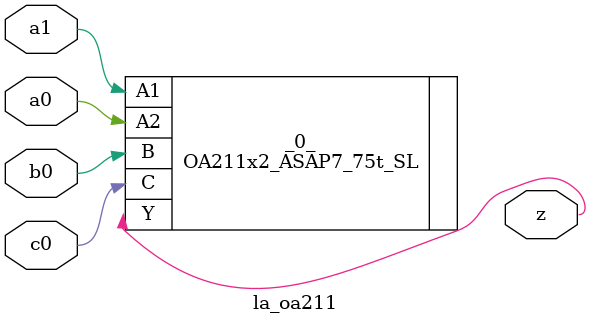
<source format=v>

/* Generated by Yosys 0.40 (git sha1 a1bb0255d, g++ 11.4.0-1ubuntu1~22.04 -fPIC -Os) */

module la_oa211(a0, a1, b0, c0, z);
  input a0;
  wire a0;
  input a1;
  wire a1;
  input b0;
  wire b0;
  input c0;
  wire c0;
  output z;
  wire z;
  OA211x2_ASAP7_75t_SL _0_ (
    .A1(a1),
    .A2(a0),
    .B(b0),
    .C(c0),
    .Y(z)
  );
endmodule

</source>
